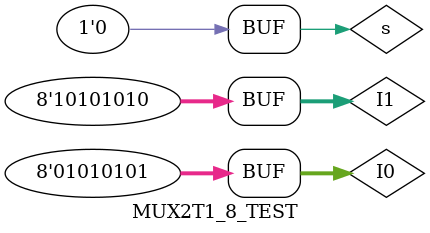
<source format=v>
`timescale 1ns / 1ps


module MUX2T1_8_TEST;

	// Inputs
	reg [7:0] I0;
	reg [7:0] I1;
	reg s;

	// Outputs
	wire [7:0] o;

	// Instantiate the Unit Under Test (UUT)
	MUX2T1_8 uut (
		.I0(I0), 
		.I1(I1), 
		.s(s), 
		.o(o)
	);

	initial begin
      s = 0;
		I0 = 0;
		I1 = 1;
		#50;
		s = 0;
		#50;
		s = 1;
		#50;
		I0 = 8'h55;
		I1 = 8'hAA;
		#50;
		s = 0;
		#50;
		s = 1;
		#50;
		s = 0;
		#50;
	end
      
endmodule


</source>
